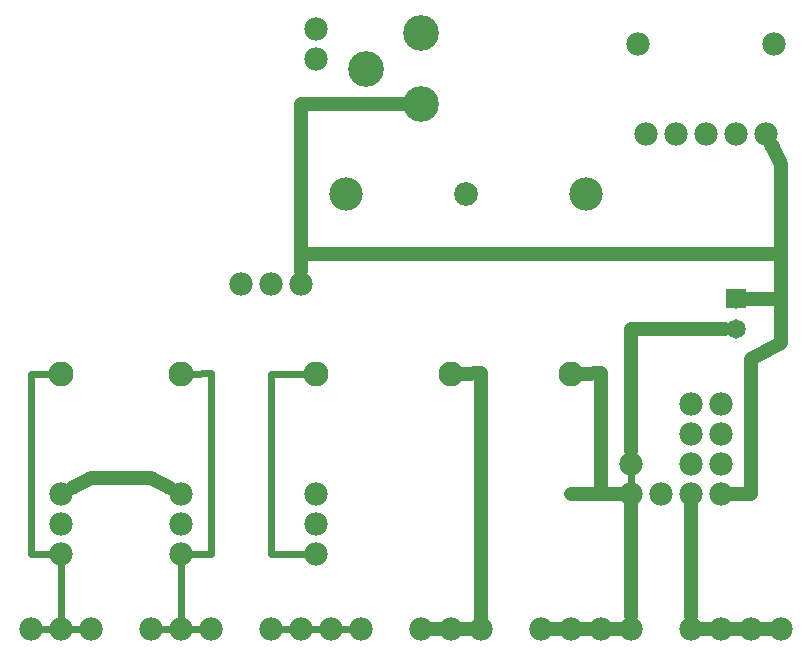
<source format=gbl>
G04 MADE WITH FRITZING*
G04 WWW.FRITZING.ORG*
G04 DOUBLE SIDED*
G04 HOLES PLATED*
G04 CONTOUR ON CENTER OF CONTOUR VECTOR*
%ASAXBY*%
%FSLAX23Y23*%
%MOIN*%
%OFA0B0*%
%SFA1.0B1.0*%
%ADD10C,0.065000*%
%ADD11C,0.078000*%
%ADD12C,0.079370*%
%ADD13C,0.110866*%
%ADD14C,0.118740*%
%ADD15C,0.083307*%
%ADD16C,0.048000*%
%ADD17C,0.024000*%
%ADD18R,0.001000X0.001000*%
%LNCOPPER0*%
G90*
G70*
G54D10*
X2428Y1072D03*
X2428Y1172D03*
G54D11*
X2178Y522D03*
X2078Y622D03*
X2078Y522D03*
X2378Y522D03*
X2378Y622D03*
X2378Y722D03*
X2378Y822D03*
X2278Y522D03*
X2278Y622D03*
X2278Y722D03*
X2278Y822D03*
G54D12*
X1528Y1522D03*
G54D13*
X1128Y1522D03*
X1928Y1522D03*
G54D11*
X2578Y72D03*
X2478Y72D03*
X2378Y72D03*
X2278Y72D03*
X2078Y72D03*
X1978Y72D03*
X1878Y72D03*
X1778Y72D03*
X1178Y72D03*
X1078Y72D03*
X978Y72D03*
X878Y72D03*
X1578Y72D03*
X1478Y72D03*
X1378Y72D03*
X678Y72D03*
X578Y72D03*
X478Y72D03*
X578Y522D03*
X578Y422D03*
X578Y322D03*
X1028Y522D03*
X1028Y422D03*
X1028Y322D03*
X178Y522D03*
X178Y422D03*
X178Y322D03*
X1028Y1972D03*
X1028Y2072D03*
G54D14*
X1194Y1937D03*
X1378Y1822D03*
X1378Y2056D03*
G54D11*
X978Y1222D03*
X878Y1222D03*
X778Y1222D03*
X2528Y1722D03*
X2428Y1722D03*
X2328Y1722D03*
X2228Y1722D03*
X2128Y1722D03*
X2556Y2022D03*
X2100Y2022D03*
X278Y72D03*
X178Y72D03*
X78Y72D03*
G54D15*
X1878Y922D03*
X1478Y922D03*
X1028Y922D03*
X578Y922D03*
X178Y922D03*
G54D16*
X2577Y1620D02*
X2577Y1322D01*
D02*
X2577Y1322D02*
X978Y1322D01*
D02*
X2546Y1685D02*
X2577Y1620D01*
D02*
X978Y1322D02*
X978Y1263D01*
D02*
X978Y1821D02*
X1317Y1822D01*
D02*
X978Y1263D02*
X978Y1821D01*
D02*
X2577Y1620D02*
X2577Y1171D01*
D02*
X2577Y1171D02*
X2464Y1171D01*
D02*
X2546Y1685D02*
X2577Y1620D01*
D02*
X2579Y1621D02*
X2547Y1685D01*
D02*
X2577Y1023D02*
X2579Y1621D01*
D02*
X2478Y970D02*
X2577Y1023D01*
D02*
X2479Y520D02*
X2478Y970D01*
D02*
X2419Y521D02*
X2479Y520D01*
D02*
X2078Y1072D02*
X2392Y1072D01*
D02*
X2078Y663D02*
X2078Y1072D01*
G54D17*
D02*
X77Y321D02*
X148Y322D01*
D02*
X77Y721D02*
X77Y321D01*
D02*
X77Y922D02*
X77Y721D01*
D02*
X145Y922D02*
X77Y922D01*
D02*
X879Y922D02*
X995Y922D01*
D02*
X879Y321D02*
X879Y922D01*
D02*
X998Y322D02*
X879Y321D01*
D02*
X178Y102D02*
X178Y292D01*
D02*
X578Y102D02*
X578Y292D01*
G54D16*
D02*
X2278Y113D02*
X2278Y480D01*
D02*
X277Y573D02*
X215Y541D01*
D02*
X479Y573D02*
X277Y573D01*
D02*
X542Y541D02*
X479Y573D01*
D02*
X1978Y522D02*
X1978Y923D01*
D02*
X1978Y923D02*
X1922Y922D01*
D02*
X1879Y521D02*
X1978Y522D01*
D02*
X2037Y522D02*
X1879Y521D01*
D02*
X1578Y923D02*
X1522Y922D01*
D02*
X1578Y71D02*
X1578Y923D01*
D02*
X1519Y71D02*
X1578Y71D01*
G54D17*
D02*
X178Y72D02*
X79Y72D01*
D02*
X148Y72D02*
X108Y72D01*
D02*
X248Y72D02*
X208Y72D01*
D02*
X679Y923D02*
X611Y922D01*
D02*
X679Y321D02*
X679Y923D01*
D02*
X608Y322D02*
X679Y321D01*
D02*
X548Y72D02*
X508Y72D01*
D02*
X608Y72D02*
X648Y72D01*
D02*
X948Y72D02*
X908Y72D01*
D02*
X1048Y72D02*
X1008Y72D01*
D02*
X1148Y72D02*
X1108Y72D01*
G54D16*
D02*
X1437Y72D02*
X1419Y72D01*
D02*
X1537Y72D02*
X1519Y72D01*
D02*
X1837Y72D02*
X1819Y72D01*
D02*
X1937Y72D02*
X1919Y72D01*
D02*
X2037Y72D02*
X2019Y72D01*
D02*
X2078Y113D02*
X2078Y480D01*
D02*
X2337Y72D02*
X2319Y72D01*
D02*
X2437Y72D02*
X2419Y72D01*
D02*
X2537Y72D02*
X2519Y72D01*
G54D17*
D02*
X2078Y592D02*
X2078Y552D01*
G54D18*
X2396Y1204D02*
X2459Y1204D01*
X2396Y1203D02*
X2460Y1203D01*
X2396Y1202D02*
X2460Y1202D01*
X2396Y1201D02*
X2460Y1201D01*
X2396Y1200D02*
X2460Y1200D01*
X2396Y1199D02*
X2460Y1199D01*
X2396Y1198D02*
X2460Y1198D01*
X2396Y1197D02*
X2460Y1197D01*
X2396Y1196D02*
X2460Y1196D01*
X2396Y1195D02*
X2460Y1195D01*
X2396Y1194D02*
X2460Y1194D01*
X2396Y1193D02*
X2460Y1193D01*
X2396Y1192D02*
X2460Y1192D01*
X2396Y1191D02*
X2460Y1191D01*
X2396Y1190D02*
X2460Y1190D01*
X2396Y1189D02*
X2460Y1189D01*
X2396Y1188D02*
X2460Y1188D01*
X2396Y1187D02*
X2460Y1187D01*
X2396Y1186D02*
X2460Y1186D01*
X2396Y1185D02*
X2423Y1185D01*
X2432Y1185D02*
X2460Y1185D01*
X2396Y1184D02*
X2420Y1184D01*
X2435Y1184D02*
X2460Y1184D01*
X2396Y1183D02*
X2419Y1183D01*
X2436Y1183D02*
X2460Y1183D01*
X2396Y1182D02*
X2418Y1182D01*
X2437Y1182D02*
X2460Y1182D01*
X2396Y1181D02*
X2417Y1181D01*
X2438Y1181D02*
X2460Y1181D01*
X2396Y1180D02*
X2416Y1180D01*
X2439Y1180D02*
X2460Y1180D01*
X2396Y1179D02*
X2415Y1179D01*
X2440Y1179D02*
X2460Y1179D01*
X2396Y1178D02*
X2415Y1178D01*
X2440Y1178D02*
X2460Y1178D01*
X2396Y1177D02*
X2414Y1177D01*
X2441Y1177D02*
X2460Y1177D01*
X2396Y1176D02*
X2414Y1176D01*
X2441Y1176D02*
X2460Y1176D01*
X2396Y1175D02*
X2414Y1175D01*
X2441Y1175D02*
X2460Y1175D01*
X2396Y1174D02*
X2413Y1174D01*
X2442Y1174D02*
X2460Y1174D01*
X2396Y1173D02*
X2413Y1173D01*
X2442Y1173D02*
X2460Y1173D01*
X2396Y1172D02*
X2413Y1172D01*
X2442Y1172D02*
X2460Y1172D01*
X2396Y1171D02*
X2413Y1171D01*
X2442Y1171D02*
X2460Y1171D01*
X2396Y1170D02*
X2413Y1170D01*
X2442Y1170D02*
X2460Y1170D01*
X2396Y1169D02*
X2414Y1169D01*
X2441Y1169D02*
X2460Y1169D01*
X2396Y1168D02*
X2414Y1168D01*
X2441Y1168D02*
X2460Y1168D01*
X2396Y1167D02*
X2414Y1167D01*
X2441Y1167D02*
X2460Y1167D01*
X2396Y1166D02*
X2415Y1166D01*
X2440Y1166D02*
X2460Y1166D01*
X2396Y1165D02*
X2415Y1165D01*
X2440Y1165D02*
X2460Y1165D01*
X2396Y1164D02*
X2416Y1164D01*
X2439Y1164D02*
X2460Y1164D01*
X2396Y1163D02*
X2417Y1163D01*
X2438Y1163D02*
X2460Y1163D01*
X2396Y1162D02*
X2417Y1162D01*
X2438Y1162D02*
X2460Y1162D01*
X2396Y1161D02*
X2419Y1161D01*
X2436Y1161D02*
X2460Y1161D01*
X2396Y1160D02*
X2420Y1160D01*
X2435Y1160D02*
X2460Y1160D01*
X2396Y1159D02*
X2423Y1159D01*
X2433Y1159D02*
X2460Y1159D01*
X2396Y1158D02*
X2460Y1158D01*
X2396Y1157D02*
X2460Y1157D01*
X2396Y1156D02*
X2460Y1156D01*
X2396Y1155D02*
X2460Y1155D01*
X2396Y1154D02*
X2460Y1154D01*
X2396Y1153D02*
X2460Y1153D01*
X2396Y1152D02*
X2460Y1152D01*
X2396Y1151D02*
X2460Y1151D01*
X2396Y1150D02*
X2460Y1150D01*
X2396Y1149D02*
X2460Y1149D01*
X2396Y1148D02*
X2460Y1148D01*
X2396Y1147D02*
X2460Y1147D01*
X2396Y1146D02*
X2460Y1146D01*
X2396Y1145D02*
X2460Y1145D01*
X2396Y1144D02*
X2460Y1144D01*
X2396Y1143D02*
X2460Y1143D01*
X2396Y1142D02*
X2460Y1142D01*
X2396Y1141D02*
X2460Y1141D01*
X2396Y1140D02*
X2460Y1140D01*
D02*
G04 End of Copper0*
M02*
</source>
